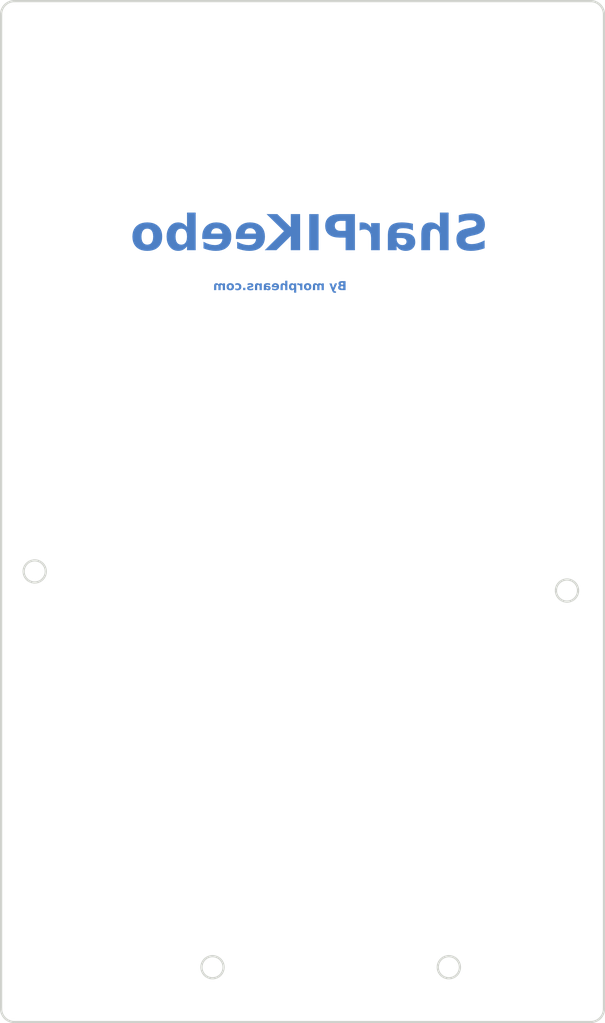
<source format=kicad_pcb>
(kicad_pcb (version 20221018) (generator pcbnew)
  (layers (0 "F.Cu" signal) (31 "B.Cu" signal) (34 "B.Paste" user) (35 "F.Paste" user) (36 "B.SilkS" user "B.Silkscreen") (37 "F.SilkS" user "F.Silkscreen") (38 "B.Mask" user) (39 "F.Mask" user) (44 "Edge.Cuts" user))
  (net 0 "")
  (gr_line (start 169.534288 34.184) (end 104.5 34.184) (stroke (width 0.25)) (layer "Edge.Cuts"))
  (gr_circle (center 166.862357 100.760266) (end 168.112357 100.760266) (stroke (width 0.25)) (fill none) (layer "Edge.Cuts"))
  (gr_arc (start 171.034288 148) (mid 170.594938 149.060649) (end 169.534288 149.5) (stroke (width 0.25)) (layer "Edge.Cuts"))
  (gr_circle (center 153.527357 143.305266) (end 154.777357 143.305266) (stroke (width 0.25)) (fill none) (layer "Edge.Cuts"))
  (gr_arc (start 104.5 149.5) (mid 103.4393 149.060677) (end 103 148) (stroke (width 0.25)) (layer "Edge.Cuts"))
  (gr_line (start 169.534288 149.5) (end 104.5 149.5) (stroke (width 0.25)) (layer "Edge.Cuts"))
  (gr_circle (center 106.791357 98.601266) (end 108.041357 98.601266) (stroke (width 0.25)) (fill none) (layer "Edge.Cuts"))
  (gr_arc (start 103 35.684) (mid 103.43933 34.623333) (end 104.5 34.184) (stroke (width 0.25)) (layer "Edge.Cuts"))
  (gr_line (start 171.034288 148) (end 171.034288 35.684) (stroke (width 0.25)) (layer "Edge.Cuts"))
  (gr_circle (center 126.857357 143.305266) (end 128.107357 143.305266) (stroke (width 0.25)) (fill none) (layer "Edge.Cuts"))
  (gr_line (start 103 148) (end 103 35.684) (stroke (width 0.25)) (layer "Edge.Cuts"))
  (gr_arc (start 169.534288 34.184) (mid 170.594916 34.623353) (end 171.034288 35.684) (stroke (width 0.25)) (layer "Edge.Cuts"))
  (gr_text "SharPIKeebo" (at 158 63) (layer "B.Cu") (effects (font (size 4 4) (thickness 0.3) bold) (justify left bottom mirror)))
  (gr_text "By morpheans.com" (at 142 67) (layer "B.Cu") (effects (font (size 1 1) (thickness 0.2) bold) (justify left bottom mirror)))
)
</source>
